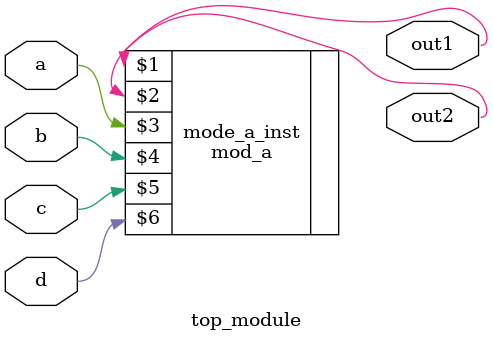
<source format=v>
module top_module ( 
    input a, 
    input b, 
    input c,
    input d,
    output out1,
    output out2
);
    mod_a mode_a_inst ( out1, out2, a, b, c, d);

endmodule

</source>
